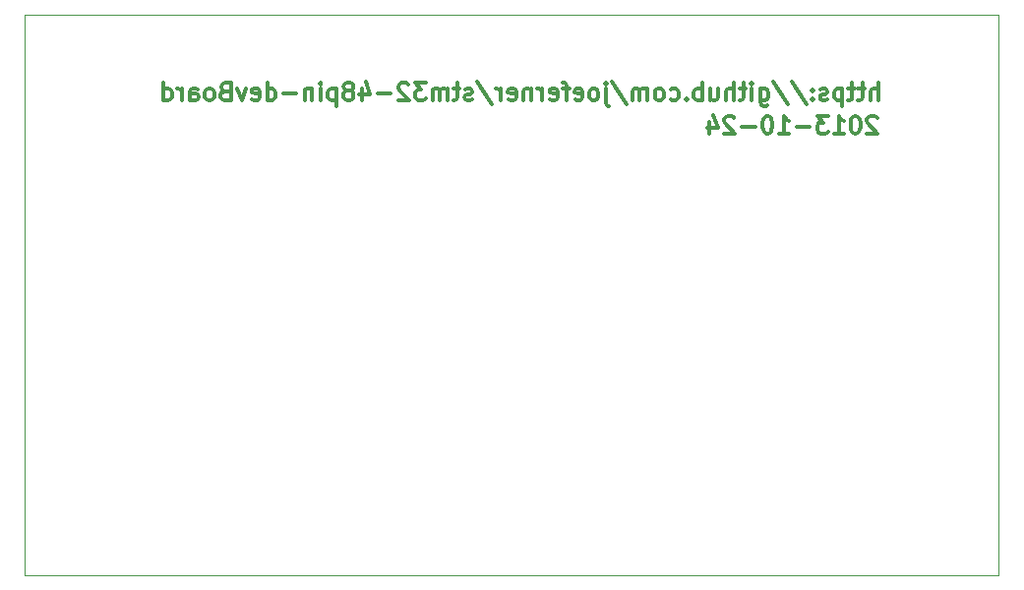
<source format=gbo>
%FSLAX34Y34*%
G04 Gerber Fmt 3.4, Leading zero omitted, Abs format*
G04 (created by PCBNEW (2013-10-23 BZR 4410)-product) date Thu 24 Oct 2013 09:27:40 PM EDT*
%MOIN*%
G01*
G70*
G90*
G04 APERTURE LIST*
%ADD10C,0.005906*%
%ADD11C,0.011811*%
%ADD12C,0.003937*%
G04 APERTURE END LIST*
G54D10*
G54D11*
X77872Y-22482D02*
X77844Y-22454D01*
X77787Y-22426D01*
X77647Y-22426D01*
X77591Y-22454D01*
X77562Y-22482D01*
X77534Y-22539D01*
X77534Y-22595D01*
X77562Y-22679D01*
X77900Y-23017D01*
X77534Y-23017D01*
X77169Y-22426D02*
X77113Y-22426D01*
X77056Y-22454D01*
X77028Y-22482D01*
X77000Y-22539D01*
X76972Y-22651D01*
X76972Y-22792D01*
X77000Y-22904D01*
X77028Y-22960D01*
X77056Y-22989D01*
X77113Y-23017D01*
X77169Y-23017D01*
X77225Y-22989D01*
X77253Y-22960D01*
X77281Y-22904D01*
X77309Y-22792D01*
X77309Y-22651D01*
X77281Y-22539D01*
X77253Y-22482D01*
X77225Y-22454D01*
X77169Y-22426D01*
X76410Y-23017D02*
X76747Y-23017D01*
X76578Y-23017D02*
X76578Y-22426D01*
X76634Y-22510D01*
X76691Y-22567D01*
X76747Y-22595D01*
X76213Y-22426D02*
X75847Y-22426D01*
X76044Y-22651D01*
X75960Y-22651D01*
X75903Y-22679D01*
X75875Y-22707D01*
X75847Y-22764D01*
X75847Y-22904D01*
X75875Y-22960D01*
X75903Y-22989D01*
X75960Y-23017D01*
X76128Y-23017D01*
X76185Y-22989D01*
X76213Y-22960D01*
X75594Y-22792D02*
X75144Y-22792D01*
X74553Y-23017D02*
X74891Y-23017D01*
X74722Y-23017D02*
X74722Y-22426D01*
X74778Y-22510D01*
X74835Y-22567D01*
X74891Y-22595D01*
X74188Y-22426D02*
X74132Y-22426D01*
X74075Y-22454D01*
X74047Y-22482D01*
X74019Y-22539D01*
X73991Y-22651D01*
X73991Y-22792D01*
X74019Y-22904D01*
X74047Y-22960D01*
X74075Y-22989D01*
X74132Y-23017D01*
X74188Y-23017D01*
X74244Y-22989D01*
X74272Y-22960D01*
X74300Y-22904D01*
X74329Y-22792D01*
X74329Y-22651D01*
X74300Y-22539D01*
X74272Y-22482D01*
X74244Y-22454D01*
X74188Y-22426D01*
X73738Y-22792D02*
X73288Y-22792D01*
X73035Y-22482D02*
X73007Y-22454D01*
X72951Y-22426D01*
X72810Y-22426D01*
X72754Y-22454D01*
X72726Y-22482D01*
X72697Y-22539D01*
X72697Y-22595D01*
X72726Y-22679D01*
X73063Y-23017D01*
X72697Y-23017D01*
X72191Y-22623D02*
X72191Y-23017D01*
X72332Y-22398D02*
X72473Y-22820D01*
X72107Y-22820D01*
X77907Y-21895D02*
X77907Y-21304D01*
X77654Y-21895D02*
X77654Y-21585D01*
X77682Y-21529D01*
X77738Y-21501D01*
X77823Y-21501D01*
X77879Y-21529D01*
X77907Y-21557D01*
X77457Y-21501D02*
X77232Y-21501D01*
X77373Y-21304D02*
X77373Y-21810D01*
X77345Y-21866D01*
X77288Y-21895D01*
X77232Y-21895D01*
X77120Y-21501D02*
X76895Y-21501D01*
X77035Y-21304D02*
X77035Y-21810D01*
X77007Y-21866D01*
X76951Y-21895D01*
X76895Y-21895D01*
X76698Y-21501D02*
X76698Y-22091D01*
X76698Y-21529D02*
X76642Y-21501D01*
X76529Y-21501D01*
X76473Y-21529D01*
X76445Y-21557D01*
X76417Y-21613D01*
X76417Y-21782D01*
X76445Y-21838D01*
X76473Y-21866D01*
X76529Y-21895D01*
X76642Y-21895D01*
X76698Y-21866D01*
X76192Y-21866D02*
X76135Y-21895D01*
X76023Y-21895D01*
X75967Y-21866D01*
X75938Y-21810D01*
X75938Y-21782D01*
X75967Y-21726D01*
X76023Y-21698D01*
X76107Y-21698D01*
X76163Y-21670D01*
X76192Y-21613D01*
X76192Y-21585D01*
X76163Y-21529D01*
X76107Y-21501D01*
X76023Y-21501D01*
X75967Y-21529D01*
X75685Y-21838D02*
X75657Y-21866D01*
X75685Y-21895D01*
X75714Y-21866D01*
X75685Y-21838D01*
X75685Y-21895D01*
X75685Y-21529D02*
X75657Y-21557D01*
X75685Y-21585D01*
X75714Y-21557D01*
X75685Y-21529D01*
X75685Y-21585D01*
X74982Y-21276D02*
X75489Y-22035D01*
X74364Y-21276D02*
X74870Y-22035D01*
X73914Y-21501D02*
X73914Y-21979D01*
X73942Y-22035D01*
X73970Y-22063D01*
X74026Y-22091D01*
X74111Y-22091D01*
X74167Y-22063D01*
X73914Y-21866D02*
X73970Y-21895D01*
X74082Y-21895D01*
X74139Y-21866D01*
X74167Y-21838D01*
X74195Y-21782D01*
X74195Y-21613D01*
X74167Y-21557D01*
X74139Y-21529D01*
X74082Y-21501D01*
X73970Y-21501D01*
X73914Y-21529D01*
X73633Y-21895D02*
X73633Y-21501D01*
X73633Y-21304D02*
X73661Y-21332D01*
X73633Y-21360D01*
X73604Y-21332D01*
X73633Y-21304D01*
X73633Y-21360D01*
X73436Y-21501D02*
X73211Y-21501D01*
X73351Y-21304D02*
X73351Y-21810D01*
X73323Y-21866D01*
X73267Y-21895D01*
X73211Y-21895D01*
X73014Y-21895D02*
X73014Y-21304D01*
X72761Y-21895D02*
X72761Y-21585D01*
X72789Y-21529D01*
X72845Y-21501D01*
X72929Y-21501D01*
X72986Y-21529D01*
X73014Y-21557D01*
X72226Y-21501D02*
X72226Y-21895D01*
X72480Y-21501D02*
X72480Y-21810D01*
X72451Y-21866D01*
X72395Y-21895D01*
X72311Y-21895D01*
X72255Y-21866D01*
X72226Y-21838D01*
X71945Y-21895D02*
X71945Y-21304D01*
X71945Y-21529D02*
X71889Y-21501D01*
X71776Y-21501D01*
X71720Y-21529D01*
X71692Y-21557D01*
X71664Y-21613D01*
X71664Y-21782D01*
X71692Y-21838D01*
X71720Y-21866D01*
X71776Y-21895D01*
X71889Y-21895D01*
X71945Y-21866D01*
X71411Y-21838D02*
X71383Y-21866D01*
X71411Y-21895D01*
X71439Y-21866D01*
X71411Y-21838D01*
X71411Y-21895D01*
X70877Y-21866D02*
X70933Y-21895D01*
X71045Y-21895D01*
X71102Y-21866D01*
X71130Y-21838D01*
X71158Y-21782D01*
X71158Y-21613D01*
X71130Y-21557D01*
X71102Y-21529D01*
X71045Y-21501D01*
X70933Y-21501D01*
X70877Y-21529D01*
X70539Y-21895D02*
X70595Y-21866D01*
X70624Y-21838D01*
X70652Y-21782D01*
X70652Y-21613D01*
X70624Y-21557D01*
X70595Y-21529D01*
X70539Y-21501D01*
X70455Y-21501D01*
X70399Y-21529D01*
X70370Y-21557D01*
X70342Y-21613D01*
X70342Y-21782D01*
X70370Y-21838D01*
X70399Y-21866D01*
X70455Y-21895D01*
X70539Y-21895D01*
X70089Y-21895D02*
X70089Y-21501D01*
X70089Y-21557D02*
X70061Y-21529D01*
X70005Y-21501D01*
X69920Y-21501D01*
X69864Y-21529D01*
X69836Y-21585D01*
X69836Y-21895D01*
X69836Y-21585D02*
X69808Y-21529D01*
X69752Y-21501D01*
X69667Y-21501D01*
X69611Y-21529D01*
X69583Y-21585D01*
X69583Y-21895D01*
X68880Y-21276D02*
X69386Y-22035D01*
X68683Y-21501D02*
X68683Y-22007D01*
X68711Y-22063D01*
X68767Y-22091D01*
X68796Y-22091D01*
X68683Y-21304D02*
X68711Y-21332D01*
X68683Y-21360D01*
X68655Y-21332D01*
X68683Y-21304D01*
X68683Y-21360D01*
X68318Y-21895D02*
X68374Y-21866D01*
X68402Y-21838D01*
X68430Y-21782D01*
X68430Y-21613D01*
X68402Y-21557D01*
X68374Y-21529D01*
X68318Y-21501D01*
X68233Y-21501D01*
X68177Y-21529D01*
X68149Y-21557D01*
X68121Y-21613D01*
X68121Y-21782D01*
X68149Y-21838D01*
X68177Y-21866D01*
X68233Y-21895D01*
X68318Y-21895D01*
X67643Y-21866D02*
X67699Y-21895D01*
X67811Y-21895D01*
X67868Y-21866D01*
X67896Y-21810D01*
X67896Y-21585D01*
X67868Y-21529D01*
X67811Y-21501D01*
X67699Y-21501D01*
X67643Y-21529D01*
X67615Y-21585D01*
X67615Y-21642D01*
X67896Y-21698D01*
X67446Y-21501D02*
X67221Y-21501D01*
X67361Y-21895D02*
X67361Y-21388D01*
X67333Y-21332D01*
X67277Y-21304D01*
X67221Y-21304D01*
X66799Y-21866D02*
X66855Y-21895D01*
X66968Y-21895D01*
X67024Y-21866D01*
X67052Y-21810D01*
X67052Y-21585D01*
X67024Y-21529D01*
X66968Y-21501D01*
X66855Y-21501D01*
X66799Y-21529D01*
X66771Y-21585D01*
X66771Y-21642D01*
X67052Y-21698D01*
X66518Y-21895D02*
X66518Y-21501D01*
X66518Y-21613D02*
X66490Y-21557D01*
X66462Y-21529D01*
X66405Y-21501D01*
X66349Y-21501D01*
X66152Y-21501D02*
X66152Y-21895D01*
X66152Y-21557D02*
X66124Y-21529D01*
X66068Y-21501D01*
X65983Y-21501D01*
X65927Y-21529D01*
X65899Y-21585D01*
X65899Y-21895D01*
X65393Y-21866D02*
X65449Y-21895D01*
X65562Y-21895D01*
X65618Y-21866D01*
X65646Y-21810D01*
X65646Y-21585D01*
X65618Y-21529D01*
X65562Y-21501D01*
X65449Y-21501D01*
X65393Y-21529D01*
X65365Y-21585D01*
X65365Y-21642D01*
X65646Y-21698D01*
X65112Y-21895D02*
X65112Y-21501D01*
X65112Y-21613D02*
X65084Y-21557D01*
X65055Y-21529D01*
X64999Y-21501D01*
X64943Y-21501D01*
X64324Y-21276D02*
X64830Y-22035D01*
X64156Y-21866D02*
X64099Y-21895D01*
X63987Y-21895D01*
X63931Y-21866D01*
X63902Y-21810D01*
X63902Y-21782D01*
X63931Y-21726D01*
X63987Y-21698D01*
X64071Y-21698D01*
X64127Y-21670D01*
X64156Y-21613D01*
X64156Y-21585D01*
X64127Y-21529D01*
X64071Y-21501D01*
X63987Y-21501D01*
X63931Y-21529D01*
X63734Y-21501D02*
X63509Y-21501D01*
X63649Y-21304D02*
X63649Y-21810D01*
X63621Y-21866D01*
X63565Y-21895D01*
X63509Y-21895D01*
X63312Y-21895D02*
X63312Y-21501D01*
X63312Y-21557D02*
X63284Y-21529D01*
X63228Y-21501D01*
X63143Y-21501D01*
X63087Y-21529D01*
X63059Y-21585D01*
X63059Y-21895D01*
X63059Y-21585D02*
X63031Y-21529D01*
X62974Y-21501D01*
X62890Y-21501D01*
X62834Y-21529D01*
X62806Y-21585D01*
X62806Y-21895D01*
X62581Y-21304D02*
X62215Y-21304D01*
X62412Y-21529D01*
X62328Y-21529D01*
X62271Y-21557D01*
X62243Y-21585D01*
X62215Y-21642D01*
X62215Y-21782D01*
X62243Y-21838D01*
X62271Y-21866D01*
X62328Y-21895D01*
X62496Y-21895D01*
X62553Y-21866D01*
X62581Y-21838D01*
X61990Y-21360D02*
X61962Y-21332D01*
X61906Y-21304D01*
X61765Y-21304D01*
X61709Y-21332D01*
X61681Y-21360D01*
X61653Y-21417D01*
X61653Y-21473D01*
X61681Y-21557D01*
X62018Y-21895D01*
X61653Y-21895D01*
X61400Y-21670D02*
X60950Y-21670D01*
X60415Y-21501D02*
X60415Y-21895D01*
X60556Y-21276D02*
X60697Y-21698D01*
X60331Y-21698D01*
X60022Y-21557D02*
X60078Y-21529D01*
X60106Y-21501D01*
X60134Y-21445D01*
X60134Y-21417D01*
X60106Y-21360D01*
X60078Y-21332D01*
X60022Y-21304D01*
X59909Y-21304D01*
X59853Y-21332D01*
X59825Y-21360D01*
X59797Y-21417D01*
X59797Y-21445D01*
X59825Y-21501D01*
X59853Y-21529D01*
X59909Y-21557D01*
X60022Y-21557D01*
X60078Y-21585D01*
X60106Y-21613D01*
X60134Y-21670D01*
X60134Y-21782D01*
X60106Y-21838D01*
X60078Y-21866D01*
X60022Y-21895D01*
X59909Y-21895D01*
X59853Y-21866D01*
X59825Y-21838D01*
X59797Y-21782D01*
X59797Y-21670D01*
X59825Y-21613D01*
X59853Y-21585D01*
X59909Y-21557D01*
X59544Y-21501D02*
X59544Y-22091D01*
X59544Y-21529D02*
X59487Y-21501D01*
X59375Y-21501D01*
X59319Y-21529D01*
X59291Y-21557D01*
X59262Y-21613D01*
X59262Y-21782D01*
X59291Y-21838D01*
X59319Y-21866D01*
X59375Y-21895D01*
X59487Y-21895D01*
X59544Y-21866D01*
X59009Y-21895D02*
X59009Y-21501D01*
X59009Y-21304D02*
X59037Y-21332D01*
X59009Y-21360D01*
X58981Y-21332D01*
X59009Y-21304D01*
X59009Y-21360D01*
X58728Y-21501D02*
X58728Y-21895D01*
X58728Y-21557D02*
X58700Y-21529D01*
X58644Y-21501D01*
X58559Y-21501D01*
X58503Y-21529D01*
X58475Y-21585D01*
X58475Y-21895D01*
X58194Y-21670D02*
X57744Y-21670D01*
X57210Y-21895D02*
X57210Y-21304D01*
X57210Y-21866D02*
X57266Y-21895D01*
X57378Y-21895D01*
X57435Y-21866D01*
X57463Y-21838D01*
X57491Y-21782D01*
X57491Y-21613D01*
X57463Y-21557D01*
X57435Y-21529D01*
X57378Y-21501D01*
X57266Y-21501D01*
X57210Y-21529D01*
X56703Y-21866D02*
X56760Y-21895D01*
X56872Y-21895D01*
X56928Y-21866D01*
X56956Y-21810D01*
X56956Y-21585D01*
X56928Y-21529D01*
X56872Y-21501D01*
X56760Y-21501D01*
X56703Y-21529D01*
X56675Y-21585D01*
X56675Y-21642D01*
X56956Y-21698D01*
X56478Y-21501D02*
X56338Y-21895D01*
X56197Y-21501D01*
X55775Y-21585D02*
X55691Y-21613D01*
X55663Y-21642D01*
X55635Y-21698D01*
X55635Y-21782D01*
X55663Y-21838D01*
X55691Y-21866D01*
X55747Y-21895D01*
X55972Y-21895D01*
X55972Y-21304D01*
X55775Y-21304D01*
X55719Y-21332D01*
X55691Y-21360D01*
X55663Y-21417D01*
X55663Y-21473D01*
X55691Y-21529D01*
X55719Y-21557D01*
X55775Y-21585D01*
X55972Y-21585D01*
X55297Y-21895D02*
X55354Y-21866D01*
X55382Y-21838D01*
X55410Y-21782D01*
X55410Y-21613D01*
X55382Y-21557D01*
X55354Y-21529D01*
X55297Y-21501D01*
X55213Y-21501D01*
X55157Y-21529D01*
X55129Y-21557D01*
X55100Y-21613D01*
X55100Y-21782D01*
X55129Y-21838D01*
X55157Y-21866D01*
X55213Y-21895D01*
X55297Y-21895D01*
X54594Y-21895D02*
X54594Y-21585D01*
X54622Y-21529D01*
X54679Y-21501D01*
X54791Y-21501D01*
X54847Y-21529D01*
X54594Y-21866D02*
X54651Y-21895D01*
X54791Y-21895D01*
X54847Y-21866D01*
X54875Y-21810D01*
X54875Y-21754D01*
X54847Y-21698D01*
X54791Y-21670D01*
X54651Y-21670D01*
X54594Y-21642D01*
X54313Y-21895D02*
X54313Y-21501D01*
X54313Y-21613D02*
X54285Y-21557D01*
X54257Y-21529D01*
X54201Y-21501D01*
X54144Y-21501D01*
X53694Y-21895D02*
X53694Y-21304D01*
X53694Y-21866D02*
X53751Y-21895D01*
X53863Y-21895D01*
X53919Y-21866D01*
X53947Y-21838D01*
X53976Y-21782D01*
X53976Y-21613D01*
X53947Y-21557D01*
X53919Y-21529D01*
X53863Y-21501D01*
X53751Y-21501D01*
X53694Y-21529D01*
G54D12*
X82000Y-19000D02*
X49000Y-19000D01*
X82000Y-38000D02*
X82000Y-19000D01*
X49000Y-38000D02*
X82000Y-38000D01*
X49000Y-19000D02*
X49000Y-38000D01*
M02*

</source>
